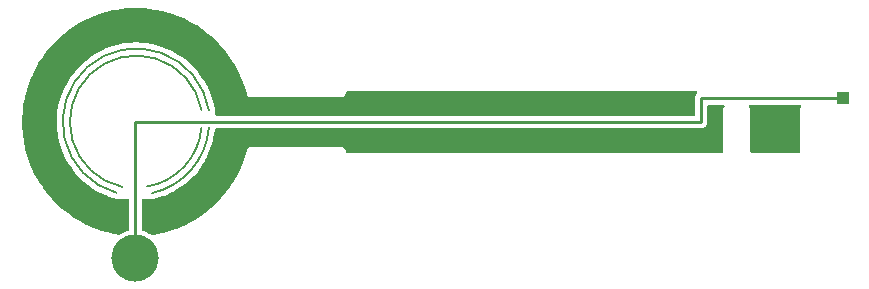
<source format=gbr>
%TF.GenerationSoftware,KiCad,Pcbnew,(6.0.6)*%
%TF.CreationDate,2022-09-17T20:01:25-04:00*%
%TF.ProjectId,Volta_Needle,566f6c74-615f-44e6-9565-646c652e6b69,rev?*%
%TF.SameCoordinates,Original*%
%TF.FileFunction,Copper,L1,Top*%
%TF.FilePolarity,Positive*%
%FSLAX46Y46*%
G04 Gerber Fmt 4.6, Leading zero omitted, Abs format (unit mm)*
G04 Created by KiCad (PCBNEW (6.0.6)) date 2022-09-17 20:01:25*
%MOMM*%
%LPD*%
G01*
G04 APERTURE LIST*
%TA.AperFunction,NonConductor*%
%ADD10C,0.200000*%
%TD*%
%TA.AperFunction,SMDPad,CuDef*%
%ADD11C,4.000000*%
%TD*%
%TA.AperFunction,SMDPad,CuDef*%
%ADD12R,1.000000X1.000000*%
%TD*%
%TA.AperFunction,Conductor*%
%ADD13C,0.250000*%
%TD*%
G04 APERTURE END LIST*
D10*
X151755719Y-86025799D02*
G75*
G03*
X156571780Y-80500000I-1335719J6025799D01*
G01*
X151328734Y-85474299D02*
G75*
G03*
X155946639Y-80500000I-908734J5474299D01*
G01*
X156571781Y-79028155D02*
G75*
G03*
X148750000Y-85999999I-6151781J-971845D01*
G01*
X155946640Y-78963107D02*
G75*
G03*
X149250000Y-85499999I-5526640J-1036893D01*
G01*
D11*
%TO.P,J2,1,Pin_1*%
%TO.N,Net-(J1-Pad1)*%
X150360000Y-91560000D03*
%TD*%
D12*
%TO.P,J1,1,Pin_1*%
%TO.N,Net-(J1-Pad1)*%
X210250000Y-78000000D03*
%TD*%
D13*
%TO.N,Net-(J1-Pad1)*%
X150360000Y-80010000D02*
X150360000Y-90860000D01*
X198250000Y-78000000D02*
X198250000Y-80000000D01*
X198250000Y-80000000D02*
X150360000Y-80010000D01*
X150360000Y-90860000D02*
X150500000Y-91000000D01*
X210250000Y-78000000D02*
X198250000Y-78000000D01*
%TD*%
%TA.AperFunction,NonConductor*%
G36*
X206675785Y-78545185D02*
G01*
X206721540Y-78597989D01*
X206731484Y-78667147D01*
X206702459Y-78730703D01*
X206696427Y-78737181D01*
X206671950Y-78761658D01*
X206614354Y-78874696D01*
X206603182Y-78945237D01*
X206594508Y-79000000D01*
X206596035Y-79009640D01*
X206596035Y-79009641D01*
X206597973Y-79021878D01*
X206599500Y-79041275D01*
X206599500Y-82475500D01*
X206579815Y-82542539D01*
X206527011Y-82588294D01*
X206475500Y-82599500D01*
X202524500Y-82599500D01*
X202457461Y-82579815D01*
X202411706Y-82527011D01*
X202400500Y-82475500D01*
X202400500Y-79041275D01*
X202402027Y-79021878D01*
X202403965Y-79009640D01*
X202405492Y-79000000D01*
X202403966Y-78990360D01*
X202396819Y-78945237D01*
X202387172Y-78884333D01*
X202387172Y-78884332D01*
X202385646Y-78874696D01*
X202328050Y-78761658D01*
X202303573Y-78737181D01*
X202270088Y-78675858D01*
X202275072Y-78606166D01*
X202316944Y-78550233D01*
X202382408Y-78525816D01*
X202391254Y-78525500D01*
X206608746Y-78525500D01*
X206675785Y-78545185D01*
G37*
%TD.AperFunction*%
%TA.AperFunction,NonConductor*%
G36*
X150590830Y-70359220D02*
G01*
X150871605Y-70363530D01*
X150879471Y-70363901D01*
X151258606Y-70393927D01*
X151484569Y-70411822D01*
X151492415Y-70412696D01*
X152093205Y-70499022D01*
X152100980Y-70500393D01*
X152695078Y-70624781D01*
X152702729Y-70626638D01*
X153138977Y-70747407D01*
X153287699Y-70788578D01*
X153295237Y-70790925D01*
X153816061Y-70971506D01*
X153868731Y-70989768D01*
X153876104Y-70992591D01*
X154435754Y-71227515D01*
X154442933Y-71230801D01*
X154986508Y-71500868D01*
X154993463Y-71504604D01*
X155518752Y-71808717D01*
X155525455Y-71812888D01*
X156030316Y-72149804D01*
X156036741Y-72154393D01*
X156519158Y-72522771D01*
X156525277Y-72527760D01*
X156983262Y-72926080D01*
X156989049Y-72931446D01*
X157185918Y-73126012D01*
X157420761Y-73358107D01*
X157426197Y-73363833D01*
X157829882Y-73817103D01*
X157834942Y-73823163D01*
X158208967Y-74301207D01*
X158213614Y-74307551D01*
X158556469Y-74808441D01*
X158560703Y-74815070D01*
X158757219Y-75145479D01*
X158870994Y-75336774D01*
X158874810Y-75343683D01*
X158889763Y-75372912D01*
X159151249Y-75884033D01*
X159154619Y-75891172D01*
X159396113Y-76448019D01*
X159399023Y-76455359D01*
X159604599Y-77026467D01*
X159607035Y-77033977D01*
X159766376Y-77584288D01*
X159770733Y-77607269D01*
X159772108Y-77622025D01*
X159775972Y-77630986D01*
X159776891Y-77634587D01*
X159778042Y-77638106D01*
X159779586Y-77647738D01*
X159784032Y-77656423D01*
X159784033Y-77656426D01*
X159800591Y-77688770D01*
X159804082Y-77696182D01*
X159822337Y-77738524D01*
X159828780Y-77745852D01*
X159830752Y-77748969D01*
X159832946Y-77751976D01*
X159837395Y-77760667D01*
X159846285Y-77769523D01*
X159870060Y-77793208D01*
X159875668Y-77799177D01*
X159906109Y-77833798D01*
X159914507Y-77838780D01*
X159917362Y-77841148D01*
X159920358Y-77843316D01*
X159927273Y-77850205D01*
X159935977Y-77854619D01*
X159968406Y-77871065D01*
X159975585Y-77875010D01*
X160015222Y-77898523D01*
X160024743Y-77900665D01*
X160028195Y-77902037D01*
X160031716Y-77903174D01*
X160040419Y-77907587D01*
X160085973Y-77914714D01*
X160094012Y-77916246D01*
X160129469Y-77924221D01*
X160129473Y-77924221D01*
X160138995Y-77926363D01*
X160178370Y-77922694D01*
X160189628Y-77922159D01*
X163903001Y-77915139D01*
X167708987Y-77907943D01*
X167728613Y-77909469D01*
X167750000Y-77912856D01*
X167759635Y-77911330D01*
X167759638Y-77911330D01*
X167781750Y-77907828D01*
X167781943Y-77907805D01*
X167782277Y-77907804D01*
X167813136Y-77902856D01*
X167813371Y-77902819D01*
X167840495Y-77898523D01*
X167875304Y-77893010D01*
X167875651Y-77892833D01*
X167876033Y-77892772D01*
X167914828Y-77872913D01*
X167931944Y-77864151D01*
X167932151Y-77864045D01*
X167979733Y-77839801D01*
X167979735Y-77839799D01*
X167988342Y-77835414D01*
X167988616Y-77835140D01*
X167988962Y-77834963D01*
X168033468Y-77790288D01*
X168078050Y-77745706D01*
X168078227Y-77745359D01*
X168078500Y-77745085D01*
X168107099Y-77688694D01*
X168118343Y-77666627D01*
X168131222Y-77641351D01*
X168131222Y-77641350D01*
X168135646Y-77632668D01*
X168135706Y-77632287D01*
X168135883Y-77631939D01*
X168145686Y-77569276D01*
X168150500Y-77538883D01*
X168150500Y-77538551D01*
X168150522Y-77538363D01*
X168152731Y-77524248D01*
X168155492Y-77506597D01*
X168155492Y-77506596D01*
X168159118Y-77507163D01*
X168173579Y-77457626D01*
X168226310Y-77411787D01*
X168278000Y-77400500D01*
X197805075Y-77400500D01*
X197872114Y-77420185D01*
X197917869Y-77472989D01*
X197927813Y-77542147D01*
X197898788Y-77605703D01*
X197883109Y-77620867D01*
X197881679Y-77622025D01*
X197863325Y-77636888D01*
X197858429Y-77643777D01*
X197852770Y-77649803D01*
X197847506Y-77656166D01*
X197841288Y-77661884D01*
X197836836Y-77669065D01*
X197836833Y-77669068D01*
X197814110Y-77705716D01*
X197809800Y-77712203D01*
X197785395Y-77746546D01*
X197779921Y-77754249D01*
X197777057Y-77762204D01*
X197773231Y-77769523D01*
X197769873Y-77777064D01*
X197765418Y-77784250D01*
X197761081Y-77799177D01*
X197751029Y-77833777D01*
X197748622Y-77841184D01*
X197745374Y-77850205D01*
X197731150Y-77889715D01*
X197730531Y-77898146D01*
X197728773Y-77906416D01*
X197728550Y-77906369D01*
X197727928Y-77909826D01*
X197728213Y-77909877D01*
X197727063Y-77916268D01*
X197725249Y-77922512D01*
X197724500Y-77932712D01*
X197724500Y-77975731D01*
X197724167Y-77984812D01*
X197720606Y-78033307D01*
X197722276Y-78041587D01*
X197722468Y-78044648D01*
X197724500Y-78064998D01*
X197724500Y-79350636D01*
X197704815Y-79417675D01*
X197652011Y-79463430D01*
X197600527Y-79474636D01*
X158492429Y-79482803D01*
X157255543Y-79483061D01*
X157188499Y-79463390D01*
X157142733Y-79410596D01*
X157134199Y-79384711D01*
X157126995Y-79350636D01*
X157084419Y-79149269D01*
X157074547Y-79102576D01*
X157071871Y-79075686D01*
X157072965Y-78966271D01*
X157073013Y-78961479D01*
X157071234Y-78949253D01*
X157069998Y-78945239D01*
X157069987Y-78945187D01*
X156973576Y-78455155D01*
X156973575Y-78455149D01*
X156973126Y-78452869D01*
X156838448Y-77965154D01*
X156667527Y-77488929D01*
X156660414Y-77472989D01*
X156566102Y-77261658D01*
X156461328Y-77026883D01*
X156221016Y-76581625D01*
X155947947Y-76155670D01*
X155643663Y-75751422D01*
X155526537Y-75617987D01*
X155311417Y-75372912D01*
X155311410Y-75372904D01*
X155309883Y-75371165D01*
X155278239Y-75340157D01*
X154950141Y-75018662D01*
X154948492Y-75017046D01*
X154561529Y-74691063D01*
X154559646Y-74689705D01*
X154559640Y-74689700D01*
X154292566Y-74497047D01*
X154151181Y-74395059D01*
X153719763Y-74130704D01*
X153591504Y-74064811D01*
X153271779Y-73900552D01*
X153271770Y-73900548D01*
X153269713Y-73899491D01*
X153267581Y-73898591D01*
X153267568Y-73898585D01*
X152805719Y-73703632D01*
X152805713Y-73703630D01*
X152803572Y-73702726D01*
X152323971Y-73541520D01*
X151997100Y-73458369D01*
X151835873Y-73417355D01*
X151835863Y-73417353D01*
X151833619Y-73416782D01*
X151831328Y-73416379D01*
X151831326Y-73416379D01*
X151762448Y-73404276D01*
X151335285Y-73329218D01*
X151332991Y-73328991D01*
X151332986Y-73328990D01*
X151203761Y-73316184D01*
X150831782Y-73279322D01*
X150532296Y-73272249D01*
X150328296Y-73267431D01*
X150328288Y-73267431D01*
X150325954Y-73267376D01*
X149876994Y-73290539D01*
X149822982Y-73293326D01*
X149822981Y-73293326D01*
X149820657Y-73293446D01*
X149419637Y-73344534D01*
X149321044Y-73357094D01*
X149321041Y-73357095D01*
X149318745Y-73357387D01*
X149316486Y-73357849D01*
X149316476Y-73357851D01*
X149030502Y-73416379D01*
X148823051Y-73458836D01*
X148820822Y-73459470D01*
X148820809Y-73459473D01*
X148338627Y-73596580D01*
X148338618Y-73596583D01*
X148336374Y-73597221D01*
X147861463Y-73771761D01*
X147401000Y-73981469D01*
X146957583Y-74225163D01*
X146955636Y-74226433D01*
X146955628Y-74226437D01*
X146694868Y-74396417D01*
X146533718Y-74501465D01*
X146131798Y-74808816D01*
X145754092Y-75145479D01*
X145752483Y-75147146D01*
X145752477Y-75147152D01*
X145534603Y-75372912D01*
X145402732Y-75509555D01*
X145401251Y-75511340D01*
X145401246Y-75511346D01*
X145203558Y-75749673D01*
X145079704Y-75898987D01*
X145078363Y-75900877D01*
X145078357Y-75900884D01*
X144788183Y-76309669D01*
X144788175Y-76309681D01*
X144786830Y-76311576D01*
X144785626Y-76313574D01*
X144785620Y-76313584D01*
X144704645Y-76448019D01*
X144525766Y-76744992D01*
X144524720Y-76747067D01*
X144524716Y-76747074D01*
X144310507Y-77171950D01*
X144297984Y-77196789D01*
X144180319Y-77481570D01*
X144122161Y-77622329D01*
X144104772Y-77664414D01*
X143947219Y-78145227D01*
X143826217Y-78636514D01*
X143825833Y-78638800D01*
X143825833Y-78638801D01*
X143744159Y-79125304D01*
X143742447Y-79135500D01*
X143696384Y-79639368D01*
X143694403Y-79763116D01*
X143689169Y-80090129D01*
X143688286Y-80145272D01*
X143718201Y-80650356D01*
X143718511Y-80652653D01*
X143718512Y-80652659D01*
X143770416Y-81036746D01*
X143785959Y-81151767D01*
X143891177Y-81646675D01*
X144033261Y-82132285D01*
X144034077Y-82134455D01*
X144034078Y-82134457D01*
X144210594Y-82603689D01*
X144210599Y-82603702D01*
X144211409Y-82605854D01*
X144212385Y-82607954D01*
X144409194Y-83031519D01*
X144424615Y-83064708D01*
X144671676Y-83506258D01*
X144951195Y-83928008D01*
X145261595Y-84327578D01*
X145345151Y-84419897D01*
X145582037Y-84681624D01*
X145601123Y-84702712D01*
X145967862Y-85051291D01*
X145969658Y-85052758D01*
X145969665Y-85052764D01*
X145975993Y-85057932D01*
X146359740Y-85371347D01*
X146774546Y-85661072D01*
X146776541Y-85662253D01*
X147207927Y-85917642D01*
X147207934Y-85917646D01*
X147209936Y-85918831D01*
X147381768Y-86003830D01*
X147661358Y-86142133D01*
X147661365Y-86142136D01*
X147663453Y-86143169D01*
X147665607Y-86144040D01*
X147665614Y-86144043D01*
X147853815Y-86220132D01*
X148132535Y-86332817D01*
X148489673Y-86446842D01*
X148592713Y-86479740D01*
X148598351Y-86481702D01*
X148602554Y-86483671D01*
X148607158Y-86485013D01*
X148607160Y-86485014D01*
X148608206Y-86485319D01*
X148614415Y-86487129D01*
X148619157Y-86487745D01*
X148619161Y-86487746D01*
X148747827Y-86504465D01*
X148747828Y-86504465D01*
X148756586Y-86505603D01*
X148791568Y-86500127D01*
X148810788Y-86498636D01*
X149276870Y-86498853D01*
X149710558Y-86499054D01*
X149777588Y-86518770D01*
X149823318Y-86571595D01*
X149834500Y-86623054D01*
X149834500Y-89120380D01*
X149814815Y-89187419D01*
X149762011Y-89233174D01*
X149741338Y-89240483D01*
X149713768Y-89247562D01*
X149620518Y-89271504D01*
X149620511Y-89271506D01*
X149616738Y-89272475D01*
X149613109Y-89273912D01*
X149339527Y-89382230D01*
X149339522Y-89382232D01*
X149335896Y-89383668D01*
X149071205Y-89529184D01*
X149068054Y-89531473D01*
X149068045Y-89531479D01*
X149067036Y-89532212D01*
X149066702Y-89532331D01*
X149064761Y-89533563D01*
X149064482Y-89533123D01*
X149001229Y-89555688D01*
X148973916Y-89554227D01*
X148697308Y-89508463D01*
X148545031Y-89483269D01*
X148537306Y-89481737D01*
X147945965Y-89344746D01*
X147938368Y-89342729D01*
X147455247Y-89197862D01*
X147356966Y-89168392D01*
X147349480Y-89165885D01*
X146780344Y-88954899D01*
X146773033Y-88951920D01*
X146218516Y-88705162D01*
X146211408Y-88701725D01*
X145673669Y-88420153D01*
X145666795Y-88416269D01*
X145148108Y-88101074D01*
X145141495Y-88096762D01*
X144643888Y-87749177D01*
X144637563Y-87744452D01*
X144163099Y-87365916D01*
X144157087Y-87360798D01*
X143946294Y-87169448D01*
X143707657Y-86952822D01*
X143702009Y-86947358D01*
X143453476Y-86691064D01*
X143279443Y-86511597D01*
X143274131Y-86505757D01*
X142880184Y-86044028D01*
X142875253Y-86037862D01*
X142786135Y-85918831D01*
X142511472Y-85551977D01*
X142506946Y-85545513D01*
X142186090Y-85054698D01*
X142174826Y-85037467D01*
X142170720Y-85030728D01*
X142116289Y-84934618D01*
X141871603Y-84502576D01*
X141867934Y-84495588D01*
X141808217Y-84372476D01*
X141603025Y-83949454D01*
X141599820Y-83942271D01*
X141370211Y-83380407D01*
X141367458Y-83373007D01*
X141264518Y-83066755D01*
X141174064Y-82797651D01*
X141171792Y-82790104D01*
X141123223Y-82607954D01*
X141015409Y-82203625D01*
X141013619Y-82195936D01*
X140894874Y-81600692D01*
X140893577Y-81592904D01*
X140812954Y-80991319D01*
X140812155Y-80983465D01*
X140769978Y-80377969D01*
X140769680Y-80370079D01*
X140767599Y-80015148D01*
X140766121Y-79763111D01*
X140766326Y-79755224D01*
X140766767Y-79747616D01*
X140801400Y-79149269D01*
X140802107Y-79141405D01*
X140875671Y-78538908D01*
X140876877Y-78531106D01*
X140988632Y-77934517D01*
X140990332Y-77926807D01*
X141139827Y-77338539D01*
X141142014Y-77330953D01*
X141239201Y-77030181D01*
X141328644Y-76753379D01*
X141331306Y-76745959D01*
X141554317Y-76181425D01*
X141557450Y-76174178D01*
X141815916Y-75625020D01*
X141819503Y-75617987D01*
X142112410Y-75086356D01*
X142116438Y-75079566D01*
X142135701Y-75049331D01*
X142442582Y-74567653D01*
X142447028Y-74561142D01*
X142489597Y-74502874D01*
X142805080Y-74071034D01*
X142809937Y-74064811D01*
X143198462Y-73598471D01*
X143203706Y-73592570D01*
X143453374Y-73328990D01*
X143621110Y-73151908D01*
X143626695Y-73146375D01*
X144071342Y-72733126D01*
X144077254Y-72727974D01*
X144547277Y-72343876D01*
X144553529Y-72339091D01*
X145047019Y-71985699D01*
X145053581Y-71981309D01*
X145323551Y-71812888D01*
X145568570Y-71660033D01*
X145575356Y-71656093D01*
X146109781Y-71368221D01*
X146116821Y-71364714D01*
X146668426Y-71111460D01*
X146675703Y-71108396D01*
X147242328Y-70890750D01*
X147249774Y-70888159D01*
X147829086Y-70707017D01*
X147836693Y-70704902D01*
X148426346Y-70560997D01*
X148434071Y-70559370D01*
X148793936Y-70495486D01*
X149031701Y-70453278D01*
X149039512Y-70452146D01*
X149642687Y-70384299D01*
X149650556Y-70383667D01*
X150256813Y-70354344D01*
X150264707Y-70354214D01*
X150590830Y-70359220D01*
G37*
%TD.AperFunction*%
%TA.AperFunction,NonConductor*%
G36*
X200175785Y-78545185D02*
G01*
X200221540Y-78597989D01*
X200231484Y-78667147D01*
X200202459Y-78730703D01*
X200196427Y-78737181D01*
X200171950Y-78761658D01*
X200114354Y-78874696D01*
X200103182Y-78945237D01*
X200094508Y-79000000D01*
X200096035Y-79009640D01*
X200096035Y-79009641D01*
X200097973Y-79021878D01*
X200099500Y-79041275D01*
X200099500Y-82475500D01*
X200079815Y-82542539D01*
X200027011Y-82588294D01*
X199975500Y-82599500D01*
X168277157Y-82599500D01*
X168210118Y-82579815D01*
X168164363Y-82527011D01*
X168154684Y-82494898D01*
X168141989Y-82414743D01*
X168135646Y-82374696D01*
X168078050Y-82261658D01*
X167988342Y-82171950D01*
X167875304Y-82114354D01*
X167781519Y-82099500D01*
X167750000Y-82094508D01*
X167740359Y-82096035D01*
X167728122Y-82097973D01*
X167708725Y-82099500D01*
X160189418Y-82099500D01*
X160177892Y-82098963D01*
X160148778Y-82096245D01*
X160148777Y-82096245D01*
X160139061Y-82095338D01*
X160129539Y-82097478D01*
X160093552Y-82105566D01*
X160085759Y-82107057D01*
X160039689Y-82114354D01*
X160030993Y-82118785D01*
X160028084Y-82119730D01*
X160027857Y-82119792D01*
X160027643Y-82119889D01*
X160024803Y-82121017D01*
X160015283Y-82123157D01*
X159975151Y-82146954D01*
X159968223Y-82150768D01*
X159926651Y-82171950D01*
X159919749Y-82178852D01*
X159917283Y-82180644D01*
X159917083Y-82180775D01*
X159916908Y-82180935D01*
X159914558Y-82182884D01*
X159906159Y-82187864D01*
X159899710Y-82195196D01*
X159875351Y-82222891D01*
X159869923Y-82228678D01*
X159836943Y-82261658D01*
X159832510Y-82270358D01*
X159830724Y-82272817D01*
X159830568Y-82273011D01*
X159830449Y-82273221D01*
X159828820Y-82275795D01*
X159822372Y-82283125D01*
X159818505Y-82292089D01*
X159818504Y-82292091D01*
X159803896Y-82325955D01*
X159800523Y-82333134D01*
X159783778Y-82365999D01*
X159779347Y-82374696D01*
X159777821Y-82384336D01*
X159776879Y-82387234D01*
X159776794Y-82387459D01*
X159776744Y-82387702D01*
X159775990Y-82390651D01*
X159772123Y-82399616D01*
X159771216Y-82409337D01*
X159770711Y-82414743D01*
X159766414Y-82437503D01*
X159617878Y-82953765D01*
X159615609Y-82960845D01*
X159424918Y-83499722D01*
X159422229Y-83506653D01*
X159199583Y-84033137D01*
X159196483Y-84039895D01*
X158942682Y-84552093D01*
X158939182Y-84558653D01*
X158666911Y-85034162D01*
X158655152Y-85054698D01*
X158651270Y-85061031D01*
X158377401Y-85479055D01*
X158338004Y-85539189D01*
X158333753Y-85545272D01*
X158056532Y-85917642D01*
X157992392Y-86003797D01*
X157987782Y-86009616D01*
X157961337Y-86041018D01*
X157619567Y-86446842D01*
X157614610Y-86452383D01*
X157220835Y-86866774D01*
X157215554Y-86872007D01*
X157128954Y-86952835D01*
X156797666Y-87262040D01*
X156792104Y-87266928D01*
X156351571Y-87631233D01*
X156345719Y-87635783D01*
X156227250Y-87722342D01*
X155884169Y-87973012D01*
X155878037Y-87977217D01*
X155397093Y-88286186D01*
X155390726Y-88290012D01*
X154892127Y-88569603D01*
X154885550Y-88573035D01*
X154616117Y-88703550D01*
X154371111Y-88822232D01*
X154364329Y-88825270D01*
X153835864Y-89043194D01*
X153828913Y-89045819D01*
X153475712Y-89167256D01*
X153288336Y-89231679D01*
X153281236Y-89233884D01*
X152730508Y-89387007D01*
X152723286Y-89388783D01*
X152164356Y-89508628D01*
X152157069Y-89509964D01*
X151950276Y-89541483D01*
X151765425Y-89569657D01*
X151696185Y-89560299D01*
X151673856Y-89547391D01*
X151651959Y-89531482D01*
X151651950Y-89531477D01*
X151648795Y-89529184D01*
X151645380Y-89527307D01*
X151645376Y-89527304D01*
X151531469Y-89464683D01*
X151384104Y-89383668D01*
X151380478Y-89382232D01*
X151380473Y-89382230D01*
X151106891Y-89273912D01*
X151103262Y-89272475D01*
X151099489Y-89271506D01*
X151099482Y-89271504D01*
X151006232Y-89247562D01*
X150978663Y-89240484D01*
X150918625Y-89204747D01*
X150887439Y-89142223D01*
X150885500Y-89120380D01*
X150885500Y-86623657D01*
X150905185Y-86556618D01*
X150957989Y-86510863D01*
X151009557Y-86499657D01*
X151350879Y-86499815D01*
X151571352Y-86499917D01*
X151599925Y-86503268D01*
X151709878Y-86529363D01*
X151718695Y-86528909D01*
X151718696Y-86528909D01*
X151763859Y-86526583D01*
X151853054Y-86521989D01*
X151859509Y-86520641D01*
X151860471Y-86520440D01*
X151860473Y-86520439D01*
X151865148Y-86519463D01*
X151869267Y-86517911D01*
X151870532Y-86517562D01*
X152345912Y-86393369D01*
X152345919Y-86393367D01*
X152348154Y-86392783D01*
X152639825Y-86292769D01*
X152818280Y-86231577D01*
X152818287Y-86231574D01*
X152820481Y-86230822D01*
X153279385Y-86034018D01*
X153281445Y-86032946D01*
X153281455Y-86032941D01*
X153720241Y-85804542D01*
X153722299Y-85803471D01*
X154146746Y-85540471D01*
X154550353Y-85246488D01*
X154930863Y-84923166D01*
X155286148Y-84572314D01*
X155298055Y-84558653D01*
X155390708Y-84452345D01*
X155614221Y-84195893D01*
X155913248Y-83796009D01*
X156181556Y-83374897D01*
X156206694Y-83328050D01*
X156346900Y-83066755D01*
X156417645Y-82934912D01*
X156432917Y-82900500D01*
X156619262Y-82480618D01*
X156619265Y-82480611D01*
X156620195Y-82478515D01*
X156788073Y-82008258D01*
X156886785Y-81648922D01*
X156919722Y-81529021D01*
X156919723Y-81529019D01*
X156920340Y-81526771D01*
X156956150Y-81343822D01*
X157015811Y-81039027D01*
X157015813Y-81039015D01*
X157016257Y-81036746D01*
X157017980Y-81022276D01*
X157063086Y-80643415D01*
X157090558Y-80579173D01*
X157148401Y-80539982D01*
X157186190Y-80534075D01*
X198225769Y-80525505D01*
X198234875Y-80525838D01*
X198245703Y-80526633D01*
X198283307Y-80529394D01*
X198333943Y-80519184D01*
X198341598Y-80517889D01*
X198342418Y-80517776D01*
X198392753Y-80510871D01*
X198400513Y-80507511D01*
X198408418Y-80505302D01*
X198416159Y-80502606D01*
X198424444Y-80500936D01*
X198470458Y-80477491D01*
X198477482Y-80474185D01*
X198517121Y-80457022D01*
X198517123Y-80457021D01*
X198524878Y-80453663D01*
X198531443Y-80448344D01*
X198538447Y-80444101D01*
X198545197Y-80439409D01*
X198552730Y-80435571D01*
X198558954Y-80429848D01*
X198558958Y-80429845D01*
X198590751Y-80400610D01*
X198596627Y-80395536D01*
X198630184Y-80368351D01*
X198636751Y-80363031D01*
X198641644Y-80356143D01*
X198647262Y-80350158D01*
X198652493Y-80343835D01*
X198658712Y-80338116D01*
X198685932Y-80294215D01*
X198690221Y-80287759D01*
X198715234Y-80252546D01*
X198715235Y-80252544D01*
X198720130Y-80245653D01*
X198722991Y-80237701D01*
X198726789Y-80230433D01*
X198730128Y-80222934D01*
X198734582Y-80215750D01*
X198736939Y-80207636D01*
X198736942Y-80207630D01*
X198748992Y-80166154D01*
X198751390Y-80158771D01*
X198766011Y-80118132D01*
X198766011Y-80118131D01*
X198768873Y-80110177D01*
X198769490Y-80101746D01*
X198771246Y-80093476D01*
X198771479Y-80093526D01*
X198772081Y-80090182D01*
X198771787Y-80090129D01*
X198772940Y-80083720D01*
X198774751Y-80077488D01*
X198775500Y-80067288D01*
X198775500Y-80024203D01*
X198775831Y-80015148D01*
X198778770Y-79975013D01*
X198778770Y-79975011D01*
X198779387Y-79966582D01*
X198777714Y-79958294D01*
X198777508Y-79955030D01*
X198775500Y-79934934D01*
X198775500Y-78649500D01*
X198795185Y-78582461D01*
X198847989Y-78536706D01*
X198899500Y-78525500D01*
X200108746Y-78525500D01*
X200175785Y-78545185D01*
G37*
%TD.AperFunction*%
M02*

</source>
